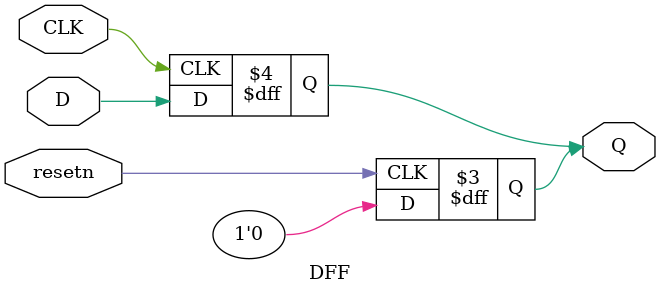
<source format=v>
module DFF(resetn,CLK,D,Q);
 output Q;
 input D,CLK,resetn;
 reg Q;
 
 always @ (posedge CLK)
 begin
 Q <= D;
 end
 
always @ (negedge resetn)
 //always @ (resetn)
 begin
 Q<=0;
 end
 
 
/* always @ (posedge CLK or negedge resetn)
 if  (!resetn)
 begin
   Q=0;
 end
 else Q <= D;*/
 
endmodule
</source>
